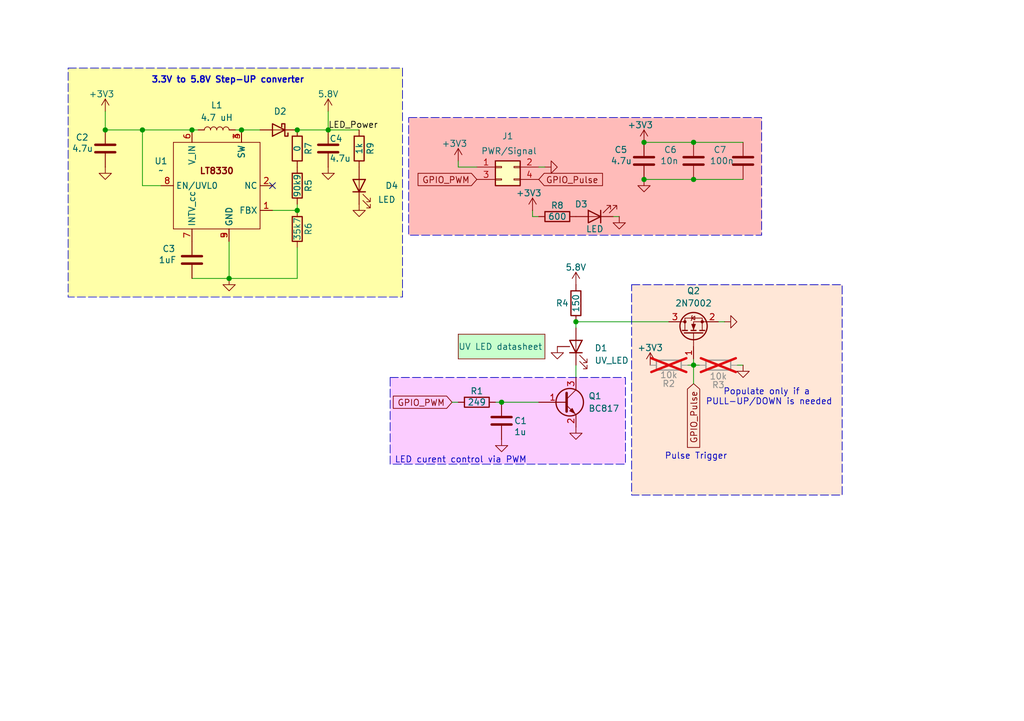
<source format=kicad_sch>
(kicad_sch (version 20250114) (generator "eeschema") (generator_version "9.0")
  (paper "A5")
  (title_block (title "UV LED Pulser") (date "2025-01-13") (rev "0"))
  (lib_symbols
    (symbol "Connector_Generic:Conn_02x02_Odd_Even" (pin_names (offset 1.016) (hide yes))
      (property "Reference" "J" (at 1.27 2.54 0))
      (property "Value" "Conn_02x02_Odd_Even" (at 1.27 -5.08 0))
      (symbol "Conn_02x02_Odd_Even_1_1"
        (rectangle (start -1.27 1.27) (end 3.81 -3.81) (stroke (width 0.254)) (fill (type background)))
        (rectangle (start -1.27 0.127) (end 0 -0.127) (stroke (width 0.1524)))
        (rectangle (start -1.27 -2.413) (end 0 -2.667) (stroke (width 0.1524)))
        (rectangle (start 3.81 0.127) (end 2.54 -0.127) (stroke (width 0.1524)))
        (rectangle (start 3.81 -2.413) (end 2.54 -2.667) (stroke (width 0.1524)))
        (pin passive line (at -5.08 0 0) (length 3.81) (name "Pin_1") (number "1"))
        (pin passive line (at -5.08 -2.54 0) (length 3.81) (name "Pin_3") (number "3"))
        (pin passive line (at 7.62 0 180) (length 3.81) (name "Pin_2") (number "2"))
        (pin passive line (at 7.62 -2.54 180) (length 3.81) (name "Pin_4") (number "4"))
      )
    )
    (symbol "Device:C" (pin_numbers (hide yes)) (pin_names (offset 0.254))
      (property "Reference" "C" (at 0.635 2.54 0))
      (property "Value" "C" (at 0.635 -2.54 0))
      (symbol "C_0_1"
        (polyline (pts (xy -2.032 0.762) (xy 2.032 0.762)) (stroke (width 0.508)))
        (polyline (pts (xy -2.032 -0.762) (xy 2.032 -0.762)) (stroke (width 0.508)))
      )
      (symbol "C_1_1"
        (pin passive line (at 0 3.81 270) (length 2.794) (name "~") (number "1"))
        (pin passive line (at 0 -3.81 90) (length 2.794) (name "~") (number "2"))
      )
    )
    (symbol "Device:D_Schottky" (pin_numbers (hide yes)) (pin_names (offset 1.016) (hide yes))
      (property "Reference" "D" (at 0 2.54 0))
      (property "Value" "D_Schottky" (at 0 -2.54 0))
      (symbol "D_Schottky_0_1"
        (polyline (pts (xy -1.905 0.635) (xy -1.905 1.27) (xy -1.27 1.27) (xy -1.27 -1.27) (xy -0.635 -1.27) (xy -0.635 -0.635)) (stroke (width 0.254)))
        (polyline (pts (xy 1.27 1.27) (xy 1.27 -1.27) (xy -1.27 0) (xy 1.27 1.27)) (stroke (width 0.254)))
        (polyline (pts (xy 1.27 0) (xy -1.27 0)))
      )
      (symbol "D_Schottky_1_1"
        (pin passive line (at -3.81 0 0) (length 2.54) (name "K") (number "1"))
        (pin passive line (at 3.81 0 180) (length 2.54) (name "A") (number "2"))
      )
    )
    (symbol "Device:L" (pin_numbers (hide yes)) (pin_names (offset 1.016) (hide yes))
      (property "Reference" "L" (at -1.27 0 90))
      (property "Value" "L" (at 1.905 0 90))
      (symbol "L_0_1"
        (arc (start 0 2.54) (mid 0.6323 1.905) (end 0 1.27))
        (arc (start 0 1.27) (mid 0.6323 0.635) (end 0 0))
        (arc (start 0 0) (mid 0.6323 -0.635) (end 0 -1.27))
        (arc (start 0 -1.27) (mid 0.6323 -1.905) (end 0 -2.54))
      )
      (symbol "L_1_1"
        (pin passive line (at 0 3.81 270) (length 1.27) (name "1") (number "1"))
        (pin passive line (at 0 -3.81 90) (length 1.27) (name "2") (number "2"))
      )
    )
    (symbol "Device:LED" (pin_numbers (hide yes)) (pin_names (offset 1.016) (hide yes))
      (property "Reference" "D1" (at -0.3174 -3.81 90))
      (property "Value" "UV_LED" (at -2.8574 -3.81 90))
      (symbol "LED_0_1"
        (polyline (pts (xy -3.048 -0.762) (xy -4.572 -2.286) (xy -3.81 -2.286) (xy -4.572 -2.286) (xy -4.572 -1.524)))
        (polyline (pts (xy -1.778 -0.762) (xy -3.302 -2.286) (xy -2.54 -2.286) (xy -3.302 -2.286) (xy -3.302 -1.524)))
        (polyline (pts (xy -1.27 0) (xy 1.27 0)))
        (polyline (pts (xy -1.27 -1.27) (xy -1.27 1.27)) (stroke (width 0.254)))
        (polyline (pts (xy 1.27 -1.27) (xy 1.27 1.27) (xy -1.27 0) (xy 1.27 -1.27)) (stroke (width 0.254)))
      )
      (symbol "LED_1_1"
        (pin passive line (at -3.81 0 0) (length 2.54) (name "K") (number "1"))
        (pin input line (at 0 3.81 270) (length 2.54) (name "GND") (number "3"))
        (pin passive line (at 3.81 0 180) (length 2.54) (name "A") (number "2"))
      )
    )
    (symbol "Device:R" (pin_numbers (hide yes)) (pin_names (offset 0))
      (property "Reference" "R" (at 2.032 0 90))
      (property "Value" "R" (at 0 0 90))
      (symbol "R_0_1"
        (rectangle (start -1.016 -2.54) (end 1.016 2.54) (stroke (width 0.254)))
      )
      (symbol "R_1_1"
        (pin passive line (at 0 3.81 270) (length 1.27) (name "~") (number "1"))
        (pin passive line (at 0 -3.81 90) (length 1.27) (name "~") (number "2"))
      )
    )
    (symbol "LED_1" (pin_numbers (hide yes)) (pin_names (offset 1.016) (hide yes))
      (property "Reference" "D" (at 0 2.54 0))
      (property "Value" "LED" (at 0 -2.54 0))
      (symbol "LED_1_0_1"
        (polyline (pts (xy -3.048 -0.762) (xy -4.572 -2.286) (xy -3.81 -2.286) (xy -4.572 -2.286) (xy -4.572 -1.524)))
        (polyline (pts (xy -1.778 -0.762) (xy -3.302 -2.286) (xy -2.54 -2.286) (xy -3.302 -2.286) (xy -3.302 -1.524)))
        (polyline (pts (xy -1.27 0) (xy 1.27 0)))
        (polyline (pts (xy -1.27 -1.27) (xy -1.27 1.27)) (stroke (width 0.254)))
        (polyline (pts (xy 1.27 -1.27) (xy 1.27 1.27) (xy -1.27 0) (xy 1.27 -1.27)) (stroke (width 0.254)))
      )
      (symbol "LED_1_1_1"
        (pin passive line (at -3.81 0 0) (length 2.54) (name "K") (number "1"))
        (pin passive line (at 3.81 0 180) (length 2.54) (name "A") (number "2"))
      )
    )
    (symbol "Transistor_BJT:BC817" (pin_names (offset 0) (hide yes))
      (property "Reference" "Q" (at 5.08 1.905 0))
      (property "Value" "BC817" (at 5.08 0 0))
      (symbol "BC817_0_1"
        (polyline (pts (xy 0.635 1.905) (xy 0.635 -1.905) (xy 0.635 -1.905)) (stroke (width 0.508)))
        (polyline (pts (xy 0.635 0.635) (xy 2.54 2.54)))
        (polyline (pts (xy 0.635 -0.635) (xy 2.54 -2.54) (xy 2.54 -2.54)))
        (circle (center 1.27 0) (radius 2.8194) (stroke (width 0.254)))
        (polyline (pts (xy 1.27 -1.778) (xy 1.778 -1.27) (xy 2.286 -2.286) (xy 1.27 -1.778) (xy 1.27 -1.778)) (fill (type outline)))
      )
      (symbol "BC817_1_1"
        (pin input line (at -5.08 0 0) (length 5.715) (name "B") (number "1"))
        (pin passive line (at 2.54 5.08 270) (length 2.54) (name "C") (number "3"))
        (pin passive line (at 2.54 -5.08 90) (length 2.54) (name "E") (number "2"))
      )
    )
    (symbol "Transistor_FET:2N7002" (pin_names (hide yes))
      (property "Reference" "Q" (at 5.08 1.905 0))
      (property "Value" "2N7002" (at 5.08 0 0))
      (symbol "2N7002_0_1"
        (polyline (pts (xy 0.254 1.905) (xy 0.254 -1.905)) (stroke (width 0.254)))
        (polyline (pts (xy 0.254 0) (xy -2.54 0)))
        (polyline (pts (xy 0.762 2.286) (xy 0.762 1.27)) (stroke (width 0.254)))
        (polyline (pts (xy 0.762 0.508) (xy 0.762 -0.508)) (stroke (width 0.254)))
        (polyline (pts (xy 0.762 -1.27) (xy 0.762 -2.286)) (stroke (width 0.254)))
        (polyline (pts (xy 0.762 -1.778) (xy 3.302 -1.778) (xy 3.302 1.778) (xy 0.762 1.778)))
        (polyline (pts (xy 1.016 0) (xy 2.032 0.381) (xy 2.032 -0.381) (xy 1.016 0)) (fill (type outline)))
        (circle (center 1.651 0) (radius 2.794) (stroke (width 0.254)))
        (polyline (pts (xy 2.54 2.54) (xy 2.54 1.778)))
        (circle (center 2.54 1.778) (radius 0.254) (fill (type outline)))
        (circle (center 2.54 -1.778) (radius 0.254) (fill (type outline)))
        (polyline (pts (xy 2.54 -2.54) (xy 2.54 0) (xy 0.762 0)))
        (polyline (pts (xy 2.794 0.508) (xy 2.921 0.381) (xy 3.683 0.381) (xy 3.81 0.254)))
        (polyline (pts (xy 3.302 0.381) (xy 2.921 -0.254) (xy 3.683 -0.254) (xy 3.302 0.381)))
      )
      (symbol "2N7002_1_1"
        (pin input line (at -5.08 0 0) (length 2.54) (name "G") (number "1"))
        (pin passive line (at 2.54 5.08 270) (length 2.54) (name "D") (number "3"))
        (pin passive line (at 2.54 -5.08 90) (length 2.54) (name "S") (number "2"))
      )
    )
    (symbol "UV_Leds_Proj_lib:LT8330"
      (property "Reference" "U" (at 0 9.906 0))
      (symbol "LT8330_1_1"
        (rectangle (start -8.89 8.89) (end 8.89 -8.89))
        (text "LT8330" (at 0 3.048 0) (effects (font (size 1.27 1.27) (thickness 0.254) (bold yes))))
        (pin input line (at -11.43 0 0) (length 2.54) (name "EN/UVL0") (number "8"))
        (pin input line (at -5.08 11.43 270) (length 2.54) (name "V_IN") (number "6"))
        (pin input line (at -5.08 -11.43 90) (length 2.54) (name "INTV_cc") (number "7"))
        (pin input line (at 2.54 -11.43 90) (length 2.54) (name "GND") (number "5"))
        (pin input line (at 2.54 -11.43 90) (length 2.54) (name "GND") (number "9"))
        (pin input line (at 5.08 11.43 270) (length 2.54) (name "SW") (number "3"))
        (pin input line (at 5.08 11.43 270) (length 2.54) (name "SW") (number "4"))
        (pin input line (at 11.43 0 180) (length 2.54) (name "NC") (number "2"))
        (pin input line (at 11.43 -5.08 180) (length 2.54) (name "FBX") (number "1"))
      )
    )
    (symbol "power:+3V3" (power) (pin_numbers (hide yes)) (pin_names (offset 0) (hide yes))
      (property "Value" "+3V3" (at 0 3.556 0))
      (symbol "+3V3_0_1"
        (polyline (pts (xy -0.762 1.27) (xy 0 2.54)))
        (polyline (pts (xy 0 2.54) (xy 0.762 1.27)))
        (polyline (pts (xy 0 0) (xy 0 2.54)))
      )
      (symbol "+3V3_1_1"
        (pin power_in line (at 0 0 90) (length 0) (name "~") (number "1"))
      )
    )
    (symbol "power:GND" (power) (pin_numbers (hide yes)) (pin_names (offset 0) (hide yes))
      (property "Value" "GND" (at 0 -3.81 0))
      (symbol "GND_0_1"
        (polyline (pts (xy 0 0) (xy 0 -1.27) (xy 1.27 -1.27) (xy 0 -2.54) (xy -1.27 -1.27) (xy 0 -1.27)))
      )
      (symbol "GND_1_1"
        (pin power_in line (at 0 0 270) (length 0) (name "~") (number "1"))
      )
    )
    (symbol "power:VCC" (power) (pin_numbers (hide yes)) (pin_names (offset 0) (hide yes))
      (property "Value" "VCC" (at 0 3.556 0))
      (symbol "VCC_0_1"
        (polyline (pts (xy -0.762 1.27) (xy 0 2.54)))
        (polyline (pts (xy 0 2.54) (xy 0.762 1.27)))
        (polyline (pts (xy 0 0) (xy 0 2.54)))
      )
      (symbol "VCC_1_1"
        (pin power_in line (at 0 0 90) (length 0) (name "~") (number "1"))
      )
    )
  )
  (rectangle (start 129.54 58.42) (end 172.72 101.6) (stroke (width 0) (type dash)) (fill (type color) (color 255 213 184 0.56)))
  (rectangle (start 13.97 13.97) (end 82.55 60.96) (stroke (width 0) (type dash)) (fill (type color) (color 255 255 168 1)))
  (rectangle (start 80.01 77.47) (end 128.27 95.25) (stroke (width 0) (type dash)) (fill (type color) (color 251 204 255 1)))
  (rectangle (start 83.82 24.13) (end 156.21 48.26) (stroke (width 0) (type dash)) (fill (type color) (color 255 187 185 1)))
  (text "Populate only if a \nPULL-UP/DOWN is needed" (at 157.734 81.534 0) (effects (font (size 1.27 1.27))))
  (text "3.3V to 5.8V Step-UP converter" (at 46.736 16.51 0) (effects (font (size 1.27 1.27) (thickness 0.254) (bold yes))))
  (text "Pulse Trigger" (at 142.748 93.726 0) (effects (font (size 1.27 1.27))))
  (text "LED curent control via PWM" (at 94.488 94.488 0) (effects (font (size 1.27 1.27))))
  (junction (at 49.53 26.67))
  (junction (at 132.08 36.83))
  (junction (at 46.99 57.15))
  (junction (at 67.31 26.67))
  (junction (at 29.21 26.67))
  (junction (at 118.11 66.04))
  (junction (at 60.96 43.18))
  (junction (at 142.24 29.21))
  (junction (at 39.37 26.67))
  (junction (at 102.87 82.55))
  (junction (at 21.59 26.67))
  (junction (at 60.96 26.67))
  (junction (at 142.24 74.93))
  (junction (at 132.08 29.21))
  (junction (at 142.24 36.83))
  (no_connect (at 55.88 38.1))
  (wire (pts (xy 39.37 26.67) (xy 40.64 26.67)))
  (wire (pts (xy 67.31 26.67) (xy 73.66 26.67)))
  (wire (pts (xy 29.21 26.67) (xy 39.37 26.67)))
  (wire (pts (xy 60.96 57.15) (xy 60.96 50.8)))
  (wire (pts (xy 93.98 34.29) (xy 93.98 33.02)))
  (wire (pts (xy 60.96 43.18) (xy 55.88 43.18)))
  (wire (pts (xy 67.31 22.86) (xy 67.31 26.67)))
  (wire (pts (xy 46.99 57.15) (xy 60.96 57.15)))
  (wire (pts (xy 21.59 26.67) (xy 29.21 26.67)))
  (wire (pts (xy 118.11 67.31) (xy 118.11 66.04)))
  (wire (pts (xy 109.22 44.45) (xy 110.49 44.45)))
  (wire (pts (xy 132.08 29.21) (xy 142.24 29.21)))
  (wire (pts (xy 142.24 78.74) (xy 142.24 74.93)))
  (wire (pts (xy 93.98 34.29) (xy 97.79 34.29)))
  (wire (pts (xy 148.59 66.04) (xy 147.32 66.04)))
  (wire (pts (xy 110.49 34.29) (xy 111.76 34.29)))
  (wire (pts (xy 152.4 74.93) (xy 151.13 74.93)))
  (wire (pts (xy 127 44.45) (xy 125.73 44.45)))
  (wire (pts (xy 21.59 22.86) (xy 21.59 26.67)))
  (wire (pts (xy 39.37 57.15) (xy 46.99 57.15)))
  (wire (pts (xy 101.6 82.55) (xy 102.87 82.55)))
  (wire (pts (xy 142.24 36.83) (xy 152.4 36.83)))
  (wire (pts (xy 118.11 74.93) (xy 118.11 77.47)))
  (wire (pts (xy 132.08 36.83) (xy 142.24 36.83)))
  (wire (pts (xy 143.51 74.93) (xy 142.24 74.93)))
  (wire (pts (xy 102.87 82.55) (xy 110.49 82.55)))
  (wire (pts (xy 46.99 49.53) (xy 46.99 57.15)))
  (wire (pts (xy 48.26 26.67) (xy 49.53 26.67)))
  (wire (pts (xy 142.24 74.93) (xy 142.24 73.66)))
  (wire (pts (xy 142.24 29.21) (xy 152.4 29.21)))
  (wire (pts (xy 60.96 41.91) (xy 60.96 43.18)))
  (wire (pts (xy 109.22 44.45) (xy 109.22 43.18)))
  (wire (pts (xy 33.02 38.1) (xy 29.21 38.1)))
  (wire (pts (xy 67.31 26.67) (xy 60.96 26.67)))
  (wire (pts (xy 118.11 66.04) (xy 137.16 66.04)))
  (wire (pts (xy 92.71 82.55) (xy 93.98 82.55)))
  (wire (pts (xy 53.34 26.67) (xy 49.53 26.67)))
  (wire (pts (xy 140.97 74.93) (xy 142.24 74.93)))
  (wire (pts (xy 29.21 38.1) (xy 29.21 26.67)))
  (label "LED_Power" (at 67.31 26.67 0))
  (global_label "GPIO_Pulse" (shape input) (at 110.49 36.83 0) (property "Intersheetrefs" "${INTERSHEET_REFS}" (effects (hide yes))))
  (global_label "GPIO_Pulse" (shape input) (at 142.24 78.74 270) (property "Intersheetrefs" "${INTERSHEET_REFS}" (effects (hide yes))))
  (global_label "GPIO_PWM" (shape input) (at 97.79 36.83 180) (property "Intersheetrefs" "${INTERSHEET_REFS}" (effects (hide yes))))
  (global_label "GPIO_PWM" (shape input) (at 92.71 82.55 180) (property "Intersheetrefs" "${INTERSHEET_REFS}" (effects (hide yes))))
  (symbol (lib_id "power:+3V3") (at 109.22 43.18 0) (unit 1)
    (property "Reference" "#PWR017" (effects (hide yes)))
    (property "Value" "+3V3" (at 108.458 39.624 0))
    (property "Description" "Power symbol creates a global label with name \"+3V3\"" (effects (hide yes)))
  )
  (symbol (lib_id "Device:R") (at 114.3 44.45 270) (mirror x) (unit 1)
    (property "Reference" "R8" (at 114.3 42.164 90))
    (property "Value" "600" (at 114.3 44.45 90))
    (property "Footprint" "Resistor_SMD:R_0603_1608Metric" (effects (hide yes)))
    (property "Description" "Resistor" (effects (hide yes)))
  )
  (symbol (lib_id "Device:C") (at 132.08 33.02 0) (unit 1)
    (property "Reference" "C5" (at 125.984 30.734 0) (effects (justify left)))
    (property "Value" "4.7u" (at 125.222 33.02 0) (effects (justify left)))
    (property "Footprint" "Capacitor_SMD:C_1210_3225Metric" (effects (hide yes)))
    (property "Description" "Unpolarized capacitor" (effects (hide yes)))
    (property "Component" "MURATA GRM32ER71H475k" (effects (hide yes)))
  )
  (symbol (lib_id "UV_Leds_Proj_lib:LT8330") (at 44.45 38.1 0) (unit 1)
    (property "Reference" "U1" (at 33.02 33.0514 0))
    (property "Value" "~" (at 33.02 34.9565 0))
    (property "Footprint" "UV_Leds:DFN-8_DDB" (effects (hide yes)))
  )
  (symbol (lib_name "LED_1") (lib_id "Device:LED") (at 121.92 44.45 180) (unit 1)
    (property "Reference" "D3" (at 117.856 41.91 0) (effects (justify right)))
    (property "Value" "LED" (at 120.142 46.99 0) (effects (justify right)))
    (property "Footprint" "LED_SMD:LED_0603_1608Metric" (effects (hide yes)))
    (property "Description" "Light emitting diode" (effects (hide yes)))
  )
  (symbol (lib_id "Device:R") (at 97.79 82.55 90) (unit 1)
    (property "Reference" "R1" (at 97.79 80.264 90))
    (property "Value" "249" (at 97.79 82.55 90))
    (property "Footprint" "Resistor_SMD:R_0603_1608Metric" (effects (hide yes)))
    (property "Description" "Resistor" (effects (hide yes)))
  )
  (symbol (lib_id "Device:R") (at 60.96 30.48 0) (mirror x) (unit 1)
    (property "Reference" "R7" (at 63.246 30.48 90))
    (property "Value" "0" (at 60.96 30.48 90))
    (property "Footprint" "Resistor_SMD:R_0603_1608Metric" (effects (hide yes)))
    (property "Description" "Resistor" (effects (hide yes)))
  )
  (symbol (lib_id "Device:C") (at 152.4 33.02 0) (unit 1)
    (property "Reference" "C7" (at 146.304 30.734 0) (effects (justify left)))
    (property "Value" "100n" (at 145.542 33.02 0) (effects (justify left)))
    (property "Footprint" "Capacitor_SMD:C_0603_1608Metric" (effects (hide yes)))
    (property "Description" "Unpolarized capacitor" (effects (hide yes)))
    (property "Component" "MURATA GRM32ER71H475k" (effects (hide yes)))
  )
  (symbol (lib_id "power:GND") (at 111.76 34.29 90) (unit 1)
    (property "Reference" "#PWR013" (effects (hide yes)))
    (property "Value" "GND" (effects (hide yes)))
    (property "Description" "Power symbol creates a global label with name \"GND\" , ground" (effects (hide yes)))
  )
  (symbol (lib_id "Device:R") (at 137.16 74.93 270) (unit 1) (dnp yes)
    (property "Reference" "R2" (at 137.16 78.74 90))
    (property "Value" "10k" (at 137.16 76.962 90))
    (property "Footprint" "Resistor_SMD:R_0603_1608Metric" (effects (hide yes)))
    (property "Description" "Resistor" (effects (hide yes)))
  )
  (symbol (lib_id "power:VCC") (at 118.11 58.42 0) (unit 1)
    (property "Reference" "#PWR06" (effects (hide yes)))
    (property "Value" "5.8V" (at 118.11 54.864 0))
    (property "Description" "Power symbol creates a global label with name \"VCC\"" (effects (hide yes)))
  )
  (symbol (lib_id "Transistor_BJT:BC817") (at 115.57 82.55 0) (unit 1)
    (property "Reference" "Q1" (at 120.65 81.2799 0) (effects (justify left)))
    (property "Value" "BC817" (at 120.65 83.8199 0) (effects (justify left)))
    (property "Footprint" "Package_TO_SOT_SMD:SOT-23" (effects (hide yes)))
    (property "Datasheet" "https://www.onsemi.com/pub/Collateral/BC818-D.pdf" (effects (hide yes)))
    (property "Description" "0.8A Ic, 45V Vce, NPN Transistor, SOT-23" (effects (hide yes)))
  )
  (symbol (lib_id "power:GND") (at 21.59 34.29 0) (unit 1)
    (property "Reference" "#PWR08" (effects (hide yes)))
    (property "Value" "GND" (effects (hide yes)))
    (property "Description" "Power symbol creates a global label with name \"GND\" , ground" (effects (hide yes)))
  )
  (symbol (lib_id "Transistor_FET:2N7002") (at 142.24 68.58 90) (unit 1)
    (property "Reference" "Q2" (at 142.24 59.69 90))
    (property "Value" "2N7002" (at 142.24 62.23 90))
    (property "Footprint" "Package_TO_SOT_SMD:SOT-23" (effects (hide yes)))
    (property "Datasheet" "https://www.onsemi.com/pub/Collateral/NDS7002A-D.PDF" (effects (hide yes)))
    (property "Description" "0.115A Id, 60V Vds, N-Channel MOSFET, SOT-23" (effects (hide yes)))
  )
  (symbol (lib_id "Connector_Generic:Conn_02x02_Odd_Even") (at 102.87 34.29 0) (unit 1)
    (property "Reference" "J1" (at 104.14 27.94 0))
    (property "Value" "PWR/Signal" (at 104.394 30.988 0))
    (property "Footprint" "UV_Leds:SAMTEC_IPL1-102-01-X-D-RA-K" (effects (hide yes)))
    (property "Description" "Generic connector, double row, 02x02, odd/even pin numbering scheme (row 1 odd numbers, row 2 even numbers), script generated (kicad-library-utils/schlib/autogen/connector/)" (effects (hide yes)))
  )
  (symbol (lib_id "Device:C") (at 21.59 30.48 0) (unit 1)
    (property "Reference" "C2" (at 15.494 28.194 0) (effects (justify left)))
    (property "Value" "4.7u" (at 14.732 30.48 0) (effects (justify left)))
    (property "Footprint" "Capacitor_SMD:C_1210_3225Metric" (effects (hide yes)))
    (property "Description" "Unpolarized capacitor" (effects (hide yes)))
    (property "Component" "MURATA GRM32ER71H475k" (effects (hide yes)))
  )
  (symbol (lib_id "Device:R") (at 60.96 46.99 0) (mirror x) (unit 1)
    (property "Reference" "R6" (at 63.246 46.99 90))
    (property "Value" "35k7" (at 60.96 46.99 90))
    (property "Footprint" "Resistor_SMD:R_0603_1608Metric" (effects (hide yes)))
    (property "Description" "Resistor" (effects (hide yes)))
  )
  (symbol (lib_id "power:GND") (at 114.3 71.12 0) (unit 1)
    (property "Reference" "#PWR016" (effects (hide yes)))
    (property "Value" "GND" (effects (hide yes)))
    (property "Description" "Power symbol creates a global label with name \"GND\" , ground" (effects (hide yes)))
  )
  (symbol (lib_id "power:GND") (at 73.66 41.91 0) (unit 1)
    (property "Reference" "#PWR020" (effects (hide yes)))
    (property "Value" "GND" (effects (hide yes)))
    (property "Description" "Power symbol creates a global label with name \"GND\" , ground" (effects (hide yes)))
  )
  (symbol (lib_id "Device:C") (at 102.87 86.36 0) (unit 1)
    (property "Reference" "C1" (at 105.41 86.36 0) (effects (justify left)))
    (property "Value" "1u" (at 105.41 88.646 0) (effects (justify left)))
    (property "Footprint" "Capacitor_SMD:C_0603_1608Metric" (effects (hide yes)))
    (property "Description" "Unpolarized capacitor" (effects (hide yes)))
  )
  (symbol (lib_id "Device:L") (at 44.45 26.67 90) (unit 1)
    (property "Reference" "L1" (at 44.45 21.59 90))
    (property "Value" "4.7 uH" (at 44.45 24.13 90))
    (property "Footprint" "Inductor_SMD:L_Wuerth_MAPI-3012" (effects (hide yes)))
    (property "Description" "Inductor" (effects (hide yes)))
    (property "Component" "WE 744029004" (effects (hide yes)))
  )
  (symbol (lib_id "power:GND") (at 132.08 36.83 0) (unit 1)
    (property "Reference" "#PWR014" (effects (hide yes)))
    (property "Value" "GND" (effects (hide yes)))
    (property "Description" "Power symbol creates a global label with name \"GND\" , ground" (effects (hide yes)))
  )
  (symbol (lib_id "Device:R") (at 118.11 62.23 0) (unit 1)
    (property "Reference" "R4" (at 115.316 62.23 0))
    (property "Value" "150" (at 118.11 62.23 90))
    (property "Footprint" "Resistor_SMD:R_0603_1608Metric" (effects (hide yes)))
    (property "Description" "Resistor" (effects (hide yes)))
  )
  (symbol (lib_name "LED_1") (lib_id "Device:LED") (at 73.66 38.1 90) (unit 1)
    (property "Reference" "D4" (at 78.994 38.1 90) (effects (justify right)))
    (property "Value" "LED" (at 77.47 40.9574 90) (effects (justify right)))
    (property "Footprint" "LED_SMD:LED_0603_1608Metric" (effects (hide yes)))
    (property "Description" "Light emitting diode" (effects (hide yes)))
  )
  (symbol (lib_id "power:+3V3") (at 132.08 29.21 0) (unit 1)
    (property "Reference" "#PWR015" (effects (hide yes)))
    (property "Value" "+3V3" (at 131.318 25.654 0))
    (property "Description" "Power symbol creates a global label with name \"+3V3\"" (effects (hide yes)))
  )
  (symbol (lib_id "Device:D_Schottky") (at 57.15 26.67 180) (unit 1)
    (property "Reference" "D2" (at 57.4675 22.86 0))
    (property "Value" "D_Schottky" (effects (hide yes)))
    (property "Footprint" "UV_Leds:SOT323_INFINEON" (effects (hide yes)))
    (property "Description" "Schottky diode" (effects (hide yes)))
    (property "Component" "NXP PMEG6010CEJ" (effects (hide yes)))
  )
  (symbol (lib_id "power:GND") (at 152.4 74.93 0) (unit 1)
    (property "Reference" "#PWR02" (effects (hide yes)))
    (property "Value" "GND" (effects (hide yes)))
    (property "Description" "Power symbol creates a global label with name \"GND\" , ground" (effects (hide yes)))
  )
  (symbol (lib_id "power:GND") (at 46.99 57.15 0) (unit 1)
    (property "Reference" "#PWR09" (effects (hide yes)))
    (property "Value" "GND" (effects (hide yes)))
    (property "Description" "Power symbol creates a global label with name \"GND\" , ground" (effects (hide yes)))
  )
  (symbol (lib_id "power:+3V3") (at 93.98 33.02 0) (unit 1)
    (property "Reference" "#PWR012" (effects (hide yes)))
    (property "Value" "+3V3" (at 93.218 29.464 0))
    (property "Description" "Power symbol creates a global label with name \"+3V3\"" (effects (hide yes)))
  )
  (symbol (lib_id "Device:C") (at 67.31 30.48 0) (unit 1)
    (property "Reference" "C4" (at 67.564 28.448 0) (effects (justify left)))
    (property "Value" "4.7u" (at 67.564 32.512 0) (effects (justify left)))
    (property "Footprint" "Capacitor_SMD:C_1210_3225Metric" (effects (hide yes)))
    (property "Description" "Unpolarized capacitor" (effects (hide yes)))
    (property "Component" "MURATA GRM32ER71H475k" (effects (hide yes)))
  )
  (symbol (lib_id "power:GND") (at 67.31 34.29 0) (unit 1)
    (property "Reference" "#PWR011" (effects (hide yes)))
    (property "Value" "GND" (effects (hide yes)))
    (property "Description" "Power symbol creates a global label with name \"GND\" , ground" (effects (hide yes)))
  )
  (symbol (lib_id "power:+3V3") (at 21.59 22.86 0) (unit 1)
    (property "Reference" "#PWR07" (effects (hide yes)))
    (property "Value" "+3V3" (at 20.828 19.304 0))
    (property "Description" "Power symbol creates a global label with name \"+3V3\"" (effects (hide yes)))
  )
  (symbol (lib_id "Device:LED") (at 118.11 71.12 90) (unit 1)
    (property "Reference" "D1" (at 121.92 71.4374 90) (effects (justify right)))
    (property "Value" "UV_LED" (at 121.92 73.9774 90) (effects (justify right)))
    (property "Footprint" "UV_Leds:OSLON_UV_3535" (effects (hide yes)))
    (property "Description" "Light emitting diode" (effects (hide yes)))
  )
  (symbol (lib_id "Device:C") (at 142.24 33.02 0) (unit 1)
    (property "Reference" "C6" (at 136.144 30.734 0) (effects (justify left)))
    (property "Value" "10n" (at 135.382 33.02 0) (effects (justify left)))
    (property "Footprint" "Capacitor_SMD:C_0603_1608Metric" (effects (hide yes)))
    (property "Description" "Unpolarized capacitor" (effects (hide yes)))
    (property "Component" "MURATA GRM32ER71H475k" (effects (hide yes)))
  )
  (symbol (lib_id "power:GND") (at 118.11 87.63 0) (unit 1)
    (property "Reference" "#PWR03" (effects (hide yes)))
    (property "Value" "GND" (effects (hide yes)))
    (property "Description" "Power symbol creates a global label with name \"GND\" , ground" (effects (hide yes)))
  )
  (symbol (lib_id "Device:R") (at 73.66 30.48 0) (mirror x) (unit 1)
    (property "Reference" "R9" (at 75.946 30.48 90))
    (property "Value" "1k" (at 73.66 30.48 90))
    (property "Footprint" "Resistor_SMD:R_0603_1608Metric" (effects (hide yes)))
    (property "Description" "Resistor" (effects (hide yes)))
  )
  (symbol (lib_id "power:VCC") (at 67.31 22.86 0) (unit 1)
    (property "Reference" "#PWR010" (effects (hide yes)))
    (property "Value" "5.8V" (at 67.31 19.304 0))
    (property "Description" "Power symbol creates a global label with name \"VCC\"" (effects (hide yes)))
  )
  (symbol (lib_id "Device:R") (at 60.96 38.1 0) (mirror x) (unit 1)
    (property "Reference" "R5" (at 63.246 38.1 90))
    (property "Value" "90k9" (at 60.96 38.1 90))
    (property "Footprint" "Resistor_SMD:R_0603_1608Metric" (effects (hide yes)))
    (property "Description" "Resistor" (effects (hide yes)))
  )
  (symbol (lib_id "Device:R") (at 147.32 74.93 270) (unit 1) (dnp yes)
    (property "Reference" "R3" (at 147.32 78.994 90))
    (property "Value" "10k" (at 147.32 77.216 90))
    (property "Footprint" "Resistor_SMD:R_0603_1608Metric" (effects (hide yes)))
    (property "Description" "Resistor" (effects (hide yes)))
  )
  (symbol (lib_id "Device:C") (at 39.37 53.34 0) (unit 1)
    (property "Reference" "C3" (at 33.274 51.054 0) (effects (justify left)))
    (property "Value" "1uF" (at 32.512 53.34 0) (effects (justify left)))
    (property "Footprint" "Capacitor_SMD:C_0603_1608Metric" (effects (hide yes)))
    (property "Description" "Unpolarized capacitor" (effects (hide yes)))
  )
  (symbol (lib_id "power:GND") (at 127 44.45 0) (unit 1)
    (property "Reference" "#PWR018" (effects (hide yes)))
    (property "Value" "GND" (effects (hide yes)))
    (property "Description" "Power symbol creates a global label with name \"GND\" , ground" (effects (hide yes)))
  )
  (symbol (lib_id "power:GND") (at 102.87 90.17 0) (unit 1)
    (property "Reference" "#PWR05" (effects (hide yes)))
    (property "Value" "GND" (effects (hide yes)))
    (property "Description" "Power symbol creates a global label with name \"GND\" , ground" (effects (hide yes)))
  )
  (symbol (lib_id "power:GND") (at 148.59 66.04 90) (unit 1)
    (property "Reference" "#PWR04" (effects (hide yes)))
    (property "Value" "GND" (effects (hide yes)))
    (property "Description" "Power symbol creates a global label with name \"GND\" , ground" (effects (hide yes)))
  )
  (symbol (lib_id "power:+3V3") (at 133.35 74.93 0) (unit 1)
    (property "Reference" "#PWR01" (effects (hide yes)))
    (property "Value" "+3V3" (at 133.35 71.374 0))
    (property "Description" "Power symbol creates a global label with name \"+3V3\"" (effects (hide yes)))
  )
  (sheet (at 93.98 68.58) (size 17.78 5.08) (stroke (width 0.1524)) (fill (color 200 255 205 1.0000))
    (property "Sheetname" "UV LED datasheet" (at 102.616 71.882 0) (effects (justify bottom)))
    (property "Sheetfile" "Wavelength_Intensity.kicad_sch" (effects (hide yes)))
  )
)
</source>
